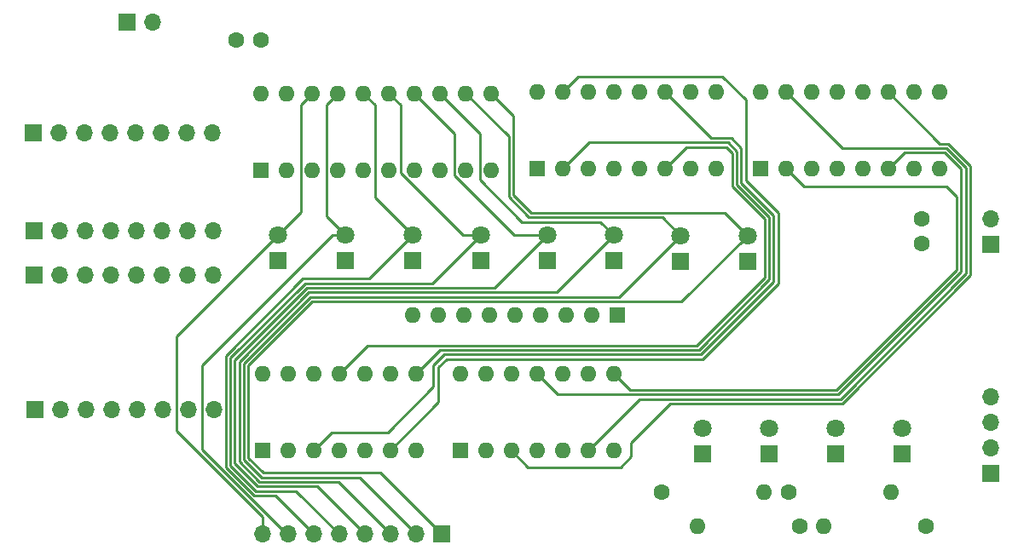
<source format=gbr>
%TF.GenerationSoftware,KiCad,Pcbnew,(5.1.9-0-10_14)*%
%TF.CreationDate,2021-05-08T23:41:31-04:00*%
%TF.ProjectId,ALU,414c552e-6b69-4636-9164-5f7063625858,rev?*%
%TF.SameCoordinates,Original*%
%TF.FileFunction,Copper,L2,Inr*%
%TF.FilePolarity,Positive*%
%FSLAX46Y46*%
G04 Gerber Fmt 4.6, Leading zero omitted, Abs format (unit mm)*
G04 Created by KiCad (PCBNEW (5.1.9-0-10_14)) date 2021-05-08 23:41:31*
%MOMM*%
%LPD*%
G01*
G04 APERTURE LIST*
%TA.AperFunction,ComponentPad*%
%ADD10O,1.700000X1.700000*%
%TD*%
%TA.AperFunction,ComponentPad*%
%ADD11R,1.700000X1.700000*%
%TD*%
%TA.AperFunction,ComponentPad*%
%ADD12O,1.600000X1.600000*%
%TD*%
%TA.AperFunction,ComponentPad*%
%ADD13R,1.600000X1.600000*%
%TD*%
%TA.AperFunction,ComponentPad*%
%ADD14C,1.800000*%
%TD*%
%TA.AperFunction,ComponentPad*%
%ADD15R,1.800000X1.800000*%
%TD*%
%TA.AperFunction,ComponentPad*%
%ADD16C,1.600000*%
%TD*%
%TA.AperFunction,Conductor*%
%ADD17C,0.250000*%
%TD*%
G04 APERTURE END LIST*
D10*
%TO.N,/SUM8*%
%TO.C,J8*%
X93441520Y-108066840D03*
%TO.N,/SUM7*%
X95981520Y-108066840D03*
%TO.N,/SUM6*%
X98521520Y-108066840D03*
%TO.N,/SUM5*%
X101061520Y-108066840D03*
%TO.N,/SUM4*%
X103601520Y-108066840D03*
%TO.N,/SUM3*%
X106141520Y-108066840D03*
%TO.N,/SUM2*%
X108681520Y-108066840D03*
D11*
%TO.N,/SUM1*%
X111221520Y-108066840D03*
%TD*%
D10*
%TO.N,VCC*%
%TO.C,J7*%
X82529680Y-57109360D03*
D11*
%TO.N,GND*%
X79989680Y-57109360D03*
%TD*%
D10*
%TO.N,B8*%
%TO.C,J3*%
X88574880Y-95656400D03*
%TO.N,B7*%
X86034880Y-95656400D03*
%TO.N,B6*%
X83494880Y-95656400D03*
%TO.N,B5*%
X80954880Y-95656400D03*
%TO.N,B4*%
X78414880Y-95656400D03*
%TO.N,B3*%
X75874880Y-95656400D03*
%TO.N,B2*%
X73334880Y-95656400D03*
D11*
%TO.N,B1*%
X70794880Y-95656400D03*
%TD*%
D10*
%TO.N,/CARRY_OUT*%
%TO.C,J5*%
X165755320Y-94391480D03*
%TO.N,/SUM8*%
X165755320Y-96931480D03*
%TO.N,/SUM_OUT*%
X165755320Y-99471480D03*
D11*
%TO.N,/SUB*%
X165755320Y-102011480D03*
%TD*%
D12*
%TO.N,Net-(D1-Pad1)*%
%TO.C,RN1*%
X108366560Y-86314280D03*
%TO.N,Net-(D2-Pad1)*%
X110906560Y-86314280D03*
%TO.N,Net-(D3-Pad1)*%
X113446560Y-86314280D03*
%TO.N,Net-(D4-Pad1)*%
X115986560Y-86314280D03*
%TO.N,Net-(D5-Pad1)*%
X118526560Y-86314280D03*
%TO.N,Net-(D6-Pad1)*%
X121066560Y-86314280D03*
%TO.N,Net-(D7-Pad1)*%
X123606560Y-86314280D03*
%TO.N,Net-(D8-Pad1)*%
X126146560Y-86314280D03*
D13*
%TO.N,GND*%
X128686560Y-86314280D03*
%TD*%
D14*
%TO.N,/SUM1*%
%TO.C,D8*%
X141569440Y-78359000D03*
D15*
%TO.N,Net-(D8-Pad1)*%
X141569440Y-80899000D03*
%TD*%
D14*
%TO.N,/SUM2*%
%TO.C,D7*%
X134940040Y-78359000D03*
D15*
%TO.N,Net-(D7-Pad1)*%
X134940040Y-80899000D03*
%TD*%
D14*
%TO.N,/SUM3*%
%TO.C,D6*%
X128325880Y-78348840D03*
D15*
%TO.N,Net-(D6-Pad1)*%
X128325880Y-80888840D03*
%TD*%
D14*
%TO.N,/SUM4*%
%TO.C,D5*%
X121696480Y-78333600D03*
D15*
%TO.N,Net-(D5-Pad1)*%
X121696480Y-80873600D03*
%TD*%
D14*
%TO.N,/SUM5*%
%TO.C,D4*%
X115067080Y-78333600D03*
D15*
%TO.N,Net-(D4-Pad1)*%
X115067080Y-80873600D03*
%TD*%
D14*
%TO.N,/SUM6*%
%TO.C,D3*%
X108351320Y-78333600D03*
D15*
%TO.N,Net-(D3-Pad1)*%
X108351320Y-80873600D03*
%TD*%
D14*
%TO.N,/SUM7*%
%TO.C,D2*%
X101635560Y-78333600D03*
D15*
%TO.N,Net-(D2-Pad1)*%
X101635560Y-80873600D03*
%TD*%
D14*
%TO.N,/SUM8*%
%TO.C,D1*%
X94935040Y-78308200D03*
D15*
%TO.N,Net-(D1-Pad1)*%
X94935040Y-80848200D03*
%TD*%
D16*
%TO.N,GND*%
%TO.C,C4*%
X90794200Y-58887360D03*
%TO.N,VCC*%
X93294200Y-58887360D03*
%TD*%
D10*
%TO.N,/Y1*%
%TO.C,J6*%
X88539320Y-82326480D03*
%TO.N,/Y2*%
X85999320Y-82326480D03*
%TO.N,/Y3*%
X83459320Y-82326480D03*
%TO.N,/Y4*%
X80919320Y-82326480D03*
%TO.N,/Y5*%
X78379320Y-82326480D03*
%TO.N,/Y6*%
X75839320Y-82326480D03*
%TO.N,/Y7*%
X73299320Y-82326480D03*
D11*
%TO.N,/Y8*%
X70759320Y-82326480D03*
%TD*%
D10*
%TO.N,/Y1*%
%TO.C,J4*%
X88529160Y-77876400D03*
%TO.N,/Y2*%
X85989160Y-77876400D03*
%TO.N,/Y3*%
X83449160Y-77876400D03*
%TO.N,/Y4*%
X80909160Y-77876400D03*
%TO.N,/Y5*%
X78369160Y-77876400D03*
%TO.N,/Y6*%
X75829160Y-77876400D03*
%TO.N,/Y7*%
X73289160Y-77876400D03*
D11*
%TO.N,/Y8*%
X70749160Y-77876400D03*
%TD*%
D12*
%TO.N,VCC*%
%TO.C,U15*%
X93411040Y-92120720D03*
%TO.N,GND*%
X108651040Y-99740720D03*
%TO.N,/SUB*%
X95951040Y-92120720D03*
%TO.N,Net-(U13-Pad15)*%
X106111040Y-99740720D03*
%TO.N,B1*%
X98491040Y-92120720D03*
%TO.N,/SUB*%
X103571040Y-99740720D03*
%TO.N,Net-(U13-Pad6)*%
X101031040Y-92120720D03*
%TO.N,B3*%
X101031040Y-99740720D03*
%TO.N,/SUB*%
X103571040Y-92120720D03*
%TO.N,Net-(U13-Pad11)*%
X98491040Y-99740720D03*
%TO.N,B2*%
X106111040Y-92120720D03*
%TO.N,/SUB*%
X95951040Y-99740720D03*
%TO.N,Net-(U13-Pad2)*%
X108651040Y-92120720D03*
D13*
%TO.N,B4*%
X93411040Y-99740720D03*
%TD*%
D12*
%TO.N,VCC*%
%TO.C,U14*%
X113060480Y-92110560D03*
%TO.N,GND*%
X128300480Y-99730560D03*
%TO.N,/SUB*%
X115600480Y-92110560D03*
%TO.N,Net-(U12-Pad15)*%
X125760480Y-99730560D03*
%TO.N,B5*%
X118140480Y-92110560D03*
%TO.N,/SUB*%
X123220480Y-99730560D03*
%TO.N,Net-(U12-Pad6)*%
X120680480Y-92110560D03*
%TO.N,B7*%
X120680480Y-99730560D03*
%TO.N,/SUB*%
X123220480Y-92110560D03*
%TO.N,Net-(U12-Pad11)*%
X118140480Y-99730560D03*
%TO.N,B6*%
X125760480Y-92110560D03*
%TO.N,/SUB*%
X115600480Y-99730560D03*
%TO.N,Net-(U12-Pad2)*%
X128300480Y-92110560D03*
D13*
%TO.N,B8*%
X113060480Y-99730560D03*
%TD*%
D12*
%TO.N,VCC*%
%TO.C,U13*%
X120703340Y-64089280D03*
%TO.N,GND*%
X138483340Y-71709280D03*
%TO.N,Net-(U13-Pad15)*%
X123243340Y-64089280D03*
%TO.N,/SUB*%
X135943340Y-71709280D03*
%TO.N,A3*%
X125783340Y-64089280D03*
%TO.N,Net-(U13-Pad6)*%
X133403340Y-71709280D03*
%TO.N,/SUM3*%
X128323340Y-64089280D03*
%TO.N,A1*%
X130863340Y-71709280D03*
%TO.N,A4*%
X130863340Y-64089280D03*
%TO.N,/SUM1*%
X128323340Y-71709280D03*
%TO.N,Net-(U13-Pad11)*%
X133403340Y-64089280D03*
%TO.N,A2*%
X125783340Y-71709280D03*
%TO.N,/SUM4*%
X135943340Y-64089280D03*
%TO.N,Net-(U13-Pad2)*%
X123243340Y-71709280D03*
%TO.N,Net-(U12-Pad7)*%
X138483340Y-64089280D03*
D13*
%TO.N,/SUM2*%
X120703340Y-71709280D03*
%TD*%
D12*
%TO.N,VCC*%
%TO.C,U12*%
X142859760Y-64089280D03*
%TO.N,GND*%
X160639760Y-71709280D03*
%TO.N,Net-(U12-Pad15)*%
X145399760Y-64089280D03*
%TO.N,Net-(U12-Pad7)*%
X158099760Y-71709280D03*
%TO.N,A7*%
X147939760Y-64089280D03*
%TO.N,Net-(U12-Pad6)*%
X155559760Y-71709280D03*
%TO.N,/SUM7*%
X150479760Y-64089280D03*
%TO.N,A5*%
X153019760Y-71709280D03*
%TO.N,A8*%
X153019760Y-64089280D03*
%TO.N,/SUM5*%
X150479760Y-71709280D03*
%TO.N,Net-(U12-Pad11)*%
X155559760Y-64089280D03*
%TO.N,A6*%
X147939760Y-71709280D03*
%TO.N,/SUM8*%
X158099760Y-64089280D03*
%TO.N,Net-(U12-Pad2)*%
X145399760Y-71709280D03*
%TO.N,/CARRY_OUT*%
X160639760Y-64089280D03*
D13*
%TO.N,/SUM6*%
X142859760Y-71709280D03*
%TD*%
D12*
%TO.N,VCC*%
%TO.C,U11*%
X93294200Y-64256920D03*
%TO.N,GND*%
X116154200Y-71876920D03*
%TO.N,/SUM_OUT*%
X95834200Y-64256920D03*
%TO.N,/Y1*%
X113614200Y-71876920D03*
%TO.N,/SUM8*%
X98374200Y-64256920D03*
%TO.N,/Y2*%
X111074200Y-71876920D03*
%TO.N,/SUM7*%
X100914200Y-64256920D03*
%TO.N,/Y3*%
X108534200Y-71876920D03*
%TO.N,/SUM6*%
X103454200Y-64256920D03*
%TO.N,/Y4*%
X105994200Y-71876920D03*
%TO.N,/SUM5*%
X105994200Y-64256920D03*
%TO.N,/Y5*%
X103454200Y-71876920D03*
%TO.N,/SUM4*%
X108534200Y-64256920D03*
%TO.N,/Y6*%
X100914200Y-71876920D03*
%TO.N,/SUM3*%
X111074200Y-64256920D03*
%TO.N,/Y7*%
X98374200Y-71876920D03*
%TO.N,/SUM2*%
X113614200Y-64256920D03*
%TO.N,/Y8*%
X95834200Y-71876920D03*
%TO.N,/SUM1*%
X116154200Y-64256920D03*
D13*
%TO.N,GND*%
X93294200Y-71876920D03*
%TD*%
D12*
%TO.N,GND*%
%TO.C,R4*%
X143250920Y-103896160D03*
D16*
%TO.N,Net-(D28-Pad1)*%
X133090920Y-103896160D03*
%TD*%
D12*
%TO.N,GND*%
%TO.C,R3*%
X155829000Y-103896160D03*
D16*
%TO.N,Net-(D27-Pad1)*%
X145669000Y-103896160D03*
%TD*%
D12*
%TO.N,GND*%
%TO.C,R2*%
X136601200Y-107243880D03*
D16*
%TO.N,Net-(D26-Pad1)*%
X146761200Y-107243880D03*
%TD*%
D12*
%TO.N,GND*%
%TO.C,R1*%
X149179280Y-107243880D03*
D16*
%TO.N,Net-(D25-Pad1)*%
X159339280Y-107243880D03*
%TD*%
D10*
%TO.N,A8*%
%TO.C,J2*%
X88407240Y-68143120D03*
%TO.N,A7*%
X85867240Y-68143120D03*
%TO.N,A6*%
X83327240Y-68143120D03*
%TO.N,A5*%
X80787240Y-68143120D03*
%TO.N,A4*%
X78247240Y-68143120D03*
%TO.N,A3*%
X75707240Y-68143120D03*
%TO.N,A2*%
X73167240Y-68143120D03*
D11*
%TO.N,A1*%
X70627240Y-68143120D03*
%TD*%
D10*
%TO.N,VCC*%
%TO.C,J1*%
X165755320Y-76667360D03*
D11*
%TO.N,GND*%
X165755320Y-79207360D03*
%TD*%
D14*
%TO.N,/CARRY_OUT*%
%TO.C,D28*%
X137114280Y-97561400D03*
D15*
%TO.N,Net-(D28-Pad1)*%
X137114280Y-100101400D03*
%TD*%
D14*
%TO.N,/SUM8*%
%TO.C,D27*%
X143743680Y-97566480D03*
D15*
%TO.N,Net-(D27-Pad1)*%
X143743680Y-100106480D03*
%TD*%
D14*
%TO.N,/SUM_OUT*%
%TO.C,D26*%
X150352760Y-97556320D03*
D15*
%TO.N,Net-(D26-Pad1)*%
X150352760Y-100096320D03*
%TD*%
D14*
%TO.N,/SUB*%
%TO.C,D25*%
X156966920Y-97551240D03*
D15*
%TO.N,Net-(D25-Pad1)*%
X156966920Y-100091240D03*
%TD*%
D16*
%TO.N,GND*%
%TO.C,C5*%
X158902400Y-79172440D03*
%TO.N,VCC*%
X158902400Y-76672440D03*
%TD*%
D17*
%TO.N,/SUM8*%
X97249199Y-75994041D02*
X94935040Y-78308200D01*
X97249199Y-65381921D02*
X97249199Y-75994041D01*
X98374200Y-64256920D02*
X97249199Y-65381921D01*
X93441520Y-106370120D02*
X93441520Y-108066840D01*
X84859879Y-97788479D02*
X93441520Y-106370120D01*
X84859879Y-88383361D02*
X84859879Y-97788479D01*
X94935040Y-78308200D02*
X84859879Y-88383361D01*
%TO.N,/SUM7*%
X99789199Y-76487239D02*
X101635560Y-78333600D01*
X99789199Y-65381921D02*
X99789199Y-76487239D01*
X100914200Y-64256920D02*
X99789199Y-65381921D01*
X100362768Y-78333600D02*
X87399879Y-91296489D01*
X87399879Y-99692069D02*
X95774650Y-108066840D01*
X87399879Y-91296489D02*
X87399879Y-99692069D01*
X95774650Y-108066840D02*
X95981520Y-108066840D01*
X101635560Y-78333600D02*
X100362768Y-78333600D01*
%TO.N,/SUM6*%
X104579201Y-74561481D02*
X108351320Y-78333600D01*
X104579201Y-65381921D02*
X104579201Y-74561481D01*
X103454200Y-64256920D02*
X104579201Y-65381921D01*
X89758905Y-101414684D02*
X92572954Y-104228734D01*
X92572954Y-104228734D02*
X94683414Y-104228734D01*
X94683414Y-104228734D02*
X98521520Y-108066840D01*
X104023160Y-82661760D02*
X97451050Y-82661760D01*
X108351320Y-78333600D02*
X104023160Y-82661760D01*
X97451050Y-82661760D02*
X89758905Y-90353905D01*
X89758905Y-90353905D02*
X89758905Y-101414684D01*
%TO.N,/SUM5*%
X113325878Y-78333600D02*
X115067080Y-78333600D01*
X107119201Y-72126923D02*
X113325878Y-78333600D01*
X107119201Y-65381921D02*
X107119201Y-72126923D01*
X105994200Y-64256920D02*
X107119201Y-65381921D01*
X90208916Y-101228285D02*
X92759353Y-103778723D01*
X115067080Y-78333600D02*
X110288909Y-83111771D01*
X90208916Y-90540304D02*
X90208916Y-101228285D01*
X92759353Y-103778723D02*
X96773403Y-103778723D01*
X96773403Y-103778723D02*
X101061520Y-108066840D01*
X110288909Y-83111771D02*
X97637449Y-83111771D01*
X97637449Y-83111771D02*
X90208916Y-90540304D01*
%TO.N,/SUM4*%
X108534200Y-64256920D02*
X112489199Y-68211919D01*
X112489199Y-68211919D02*
X112489199Y-72416921D01*
X118405878Y-78333600D02*
X121696480Y-78333600D01*
X112489199Y-72416921D02*
X118405878Y-78333600D01*
X116468298Y-83561782D02*
X97823848Y-83561782D01*
X92945752Y-103328712D02*
X98863392Y-103328712D01*
X98863392Y-103328712D02*
X103601520Y-108066840D01*
X121696480Y-78333600D02*
X116468298Y-83561782D01*
X90658927Y-90726703D02*
X90658927Y-101041886D01*
X97823848Y-83561782D02*
X90658927Y-90726703D01*
X90658927Y-101041886D02*
X92945752Y-103328712D01*
%TO.N,/SUM3*%
X111074200Y-64256920D02*
X115029199Y-68211919D01*
X119196572Y-77003502D02*
X126980542Y-77003502D01*
X115029199Y-72836129D02*
X119196572Y-77003502D01*
X115029199Y-68211919D02*
X115029199Y-72836129D01*
X126980542Y-77003502D02*
X128325880Y-78348840D01*
X91108938Y-90913102D02*
X91108938Y-100855487D01*
X128325880Y-78348840D02*
X122662927Y-84011793D01*
X122662927Y-84011793D02*
X98010247Y-84011793D01*
X91108938Y-100855487D02*
X93132151Y-102878701D01*
X93132151Y-102878701D02*
X100953381Y-102878701D01*
X98010247Y-84011793D02*
X91108938Y-90913102D01*
X100953381Y-102878701D02*
X106141520Y-108066840D01*
%TO.N,/SUM2*%
X113614200Y-64256920D02*
X117878429Y-68521149D01*
X117878429Y-68521149D02*
X117878429Y-74542359D01*
X119889560Y-76553491D02*
X133134531Y-76553491D01*
X133134531Y-76553491D02*
X134940040Y-78359000D01*
X117878429Y-74542359D02*
X119889560Y-76553491D01*
X128837236Y-84461804D02*
X98196646Y-84461804D01*
X134940040Y-78359000D02*
X128837236Y-84461804D01*
X93318550Y-102428690D02*
X103043370Y-102428690D01*
X91558949Y-100669088D02*
X93318550Y-102428690D01*
X103043370Y-102428690D02*
X108681520Y-108066840D01*
X98196646Y-84461804D02*
X91558949Y-91099501D01*
X91558949Y-91099501D02*
X91558949Y-100669088D01*
%TO.N,/SUM1*%
X120075960Y-76103480D02*
X139313920Y-76103480D01*
X118328440Y-74355960D02*
X120075960Y-76103480D01*
X118328440Y-66431160D02*
X118328440Y-74355960D01*
X139313920Y-76103480D02*
X141569440Y-78359000D01*
X116154200Y-64256920D02*
X118328440Y-66431160D01*
X92008960Y-91285900D02*
X92008960Y-100482689D01*
X135016625Y-84911815D02*
X98383045Y-84911815D01*
X105133359Y-101978679D02*
X111221520Y-108066840D01*
X98383045Y-84911815D02*
X92008960Y-91285900D01*
X141569440Y-78359000D02*
X135016625Y-84911815D01*
X93504949Y-101978679D02*
X105133359Y-101978679D01*
X92008960Y-100482689D02*
X93504949Y-101978679D01*
%TO.N,Net-(U12-Pad15)*%
X163264560Y-82160400D02*
X150802771Y-94622189D01*
X145399760Y-64089280D02*
X150975491Y-69665011D01*
X161332201Y-69665011D02*
X163264560Y-71597370D01*
X150802771Y-94622189D02*
X130868851Y-94622189D01*
X163264560Y-71597370D02*
X163264560Y-82160400D01*
X130868851Y-94622189D02*
X125760480Y-99730560D01*
X150975491Y-69665011D02*
X161332201Y-69665011D01*
%TO.N,Net-(U12-Pad6)*%
X161145802Y-70115022D02*
X162781411Y-71750631D01*
X155559760Y-71709280D02*
X157154018Y-70115022D01*
X162781411Y-81974400D02*
X150584880Y-94170931D01*
X157154018Y-70115022D02*
X161145802Y-70115022D01*
X162781411Y-71750631D02*
X162781411Y-81974400D01*
X150584880Y-94170931D02*
X122740851Y-94170931D01*
X122740851Y-94170931D02*
X120680480Y-92110560D01*
%TO.N,Net-(U12-Pad11)*%
X128981200Y-101391720D02*
X119801640Y-101391720D01*
X130017520Y-100355400D02*
X128981200Y-101391720D01*
X130017520Y-98999040D02*
X130017520Y-100355400D01*
X150989171Y-95072200D02*
X133944360Y-95072200D01*
X155559760Y-64089280D02*
X160685480Y-69215000D01*
X163728400Y-82332971D02*
X150989171Y-95072200D01*
X163728400Y-71424800D02*
X163728400Y-82332971D01*
X161518600Y-69215000D02*
X163728400Y-71424800D01*
X133944360Y-95072200D02*
X130017520Y-98999040D01*
X119801640Y-101391720D02*
X118140480Y-99730560D01*
X160685480Y-69215000D02*
X161518600Y-69215000D01*
%TO.N,Net-(U12-Pad2)*%
X129910840Y-93720920D02*
X128300480Y-92110560D01*
X150398480Y-93720920D02*
X129910840Y-93720920D01*
X162331400Y-81788000D02*
X150398480Y-93720920D01*
X145399760Y-71709280D02*
X147193000Y-73502520D01*
X147193000Y-73502520D02*
X161300160Y-73502520D01*
X162331400Y-74533760D02*
X162331400Y-81788000D01*
X161300160Y-73502520D02*
X162331400Y-74533760D01*
%TO.N,Net-(U13-Pad15)*%
X124787660Y-62544960D02*
X139100560Y-62544960D01*
X139100560Y-62544960D02*
X141420873Y-64865273D01*
X141420873Y-64865273D02*
X141420873Y-72933160D01*
X123243340Y-64089280D02*
X124787660Y-62544960D01*
X110916720Y-94935040D02*
X106111040Y-99740720D01*
X144631433Y-83129520D02*
X137114680Y-90646273D01*
X111720607Y-90646273D02*
X110916720Y-91450160D01*
X137114680Y-90646273D02*
X111720607Y-90646273D01*
X141420873Y-72933160D02*
X144631433Y-76143720D01*
X110916720Y-91450160D02*
X110916720Y-94935040D01*
X144631433Y-76143720D02*
X144631433Y-83129520D01*
%TO.N,Net-(U13-Pad6)*%
X103855520Y-89296240D02*
X101031040Y-92120720D01*
X140070840Y-73492360D02*
X143281400Y-76702920D01*
X140070840Y-70170040D02*
X140070840Y-73492360D01*
X133403340Y-71709280D02*
X135552180Y-69560440D01*
X143281400Y-76702920D02*
X143281400Y-82570320D01*
X143281400Y-82570320D02*
X136555480Y-89296240D01*
X139461240Y-69560440D02*
X140070840Y-70170040D01*
X136555480Y-89296240D02*
X103855520Y-89296240D01*
X135552180Y-69560440D02*
X139461240Y-69560440D01*
%TO.N,Net-(U13-Pad11)*%
X98491040Y-99740720D02*
X100314760Y-97917000D01*
X140970862Y-69662902D02*
X139968378Y-68660418D01*
X111469578Y-90196262D02*
X136928280Y-90196262D01*
X137974478Y-68660418D02*
X133403340Y-64089280D01*
X139968378Y-68660418D02*
X137974478Y-68660418D01*
X144181422Y-76330120D02*
X140970862Y-73119560D01*
X136928280Y-90196262D02*
X144181422Y-82943120D01*
X100314760Y-97917000D02*
X105841800Y-97917000D01*
X110408720Y-93350080D02*
X110408720Y-91257120D01*
X110408720Y-91257120D02*
X111469578Y-90196262D01*
X140970862Y-73119560D02*
X140970862Y-69662902D01*
X105841800Y-97917000D02*
X110408720Y-93350080D01*
X144181422Y-82943120D02*
X144181422Y-76330120D01*
%TO.N,Net-(U13-Pad2)*%
X111025509Y-89746251D02*
X108651040Y-92120720D01*
X136741880Y-89746251D02*
X111025509Y-89746251D01*
X140520851Y-73305960D02*
X143731411Y-76516520D01*
X140520851Y-69983640D02*
X140520851Y-73305960D01*
X143731411Y-82756720D02*
X136741880Y-89746251D01*
X139647640Y-69110429D02*
X140520851Y-69983640D01*
X143731411Y-76516520D02*
X143731411Y-82756720D01*
X123243340Y-71709280D02*
X125842191Y-69110429D01*
X125842191Y-69110429D02*
X139647640Y-69110429D01*
%TD*%
M02*

</source>
